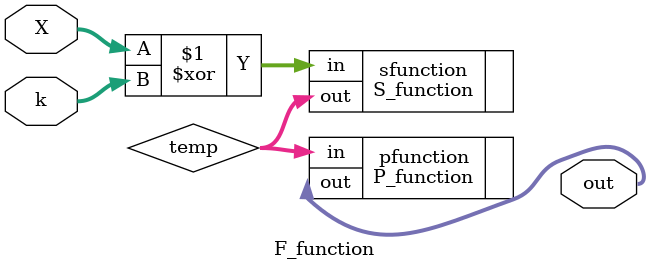
<source format=sv>
`timescale 1ns / 1ps

module F_function(X, k, out);
	input [0:63] X;
	input [0:63] k;
	output [0:63] out;
	
	logic [0:63] temp;
	
	S_function sfunction(.in(X^k), .out(temp));
	P_function pfunction(.in(temp), .out(out));
	
endmodule

</source>
